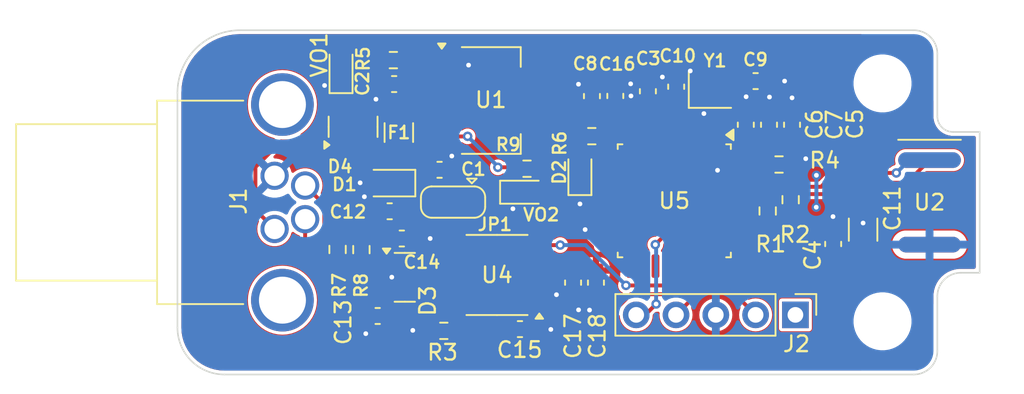
<source format=kicad_pcb>
(kicad_pcb
	(version 20240108)
	(generator "pcbnew")
	(generator_version "8.0")
	(general
		(thickness 1.6)
		(legacy_teardrops no)
	)
	(paper "A4")
	(layers
		(0 "F.Cu" signal)
		(31 "B.Cu" signal)
		(32 "B.Adhes" user "B.Adhesive")
		(33 "F.Adhes" user "F.Adhesive")
		(34 "B.Paste" user)
		(35 "F.Paste" user)
		(36 "B.SilkS" user "B.Silkscreen")
		(37 "F.SilkS" user "F.Silkscreen")
		(38 "B.Mask" user)
		(39 "F.Mask" user)
		(40 "Dwgs.User" user "User.Drawings")
		(41 "Cmts.User" user "User.Comments")
		(42 "Eco1.User" user "User.Eco1")
		(43 "Eco2.User" user "User.Eco2")
		(44 "Edge.Cuts" user)
		(45 "Margin" user)
		(46 "B.CrtYd" user "B.Courtyard")
		(47 "F.CrtYd" user "F.Courtyard")
		(48 "B.Fab" user)
		(49 "F.Fab" user)
		(50 "User.1" user)
		(51 "User.2" user)
		(52 "User.3" user)
		(53 "User.4" user)
		(54 "User.5" user)
		(55 "User.6" user)
		(56 "User.7" user)
		(57 "User.8" user)
		(58 "User.9" user)
	)
	(setup
		(stackup
			(layer "F.SilkS"
				(type "Top Silk Screen")
			)
			(layer "F.Paste"
				(type "Top Solder Paste")
			)
			(layer "F.Mask"
				(type "Top Solder Mask")
				(thickness 0.01)
			)
			(layer "F.Cu"
				(type "copper")
				(thickness 0.035)
			)
			(layer "dielectric 1"
				(type "core")
				(thickness 1.51)
				(material "FR4")
				(epsilon_r 4.5)
				(loss_tangent 0.02)
			)
			(layer "B.Cu"
				(type "copper")
				(thickness 0.035)
			)
			(layer "B.Mask"
				(type "Bottom Solder Mask")
				(thickness 0.01)
			)
			(layer "B.Paste"
				(type "Bottom Solder Paste")
			)
			(layer "B.SilkS"
				(type "Bottom Silk Screen")
			)
			(copper_finish "None")
			(dielectric_constraints no)
		)
		(pad_to_mask_clearance 0)
		(allow_soldermask_bridges_in_footprints no)
		(aux_axis_origin 36 49)
		(pcbplotparams
			(layerselection 0x00010fc_ffffffff)
			(plot_on_all_layers_selection 0x0000000_00000000)
			(disableapertmacros no)
			(usegerberextensions yes)
			(usegerberattributes no)
			(usegerberadvancedattributes no)
			(creategerberjobfile no)
			(dashed_line_dash_ratio 12.000000)
			(dashed_line_gap_ratio 3.000000)
			(svgprecision 4)
			(plotframeref no)
			(viasonmask no)
			(mode 1)
			(useauxorigin yes)
			(hpglpennumber 1)
			(hpglpenspeed 20)
			(hpglpendiameter 15.000000)
			(pdf_front_fp_property_popups yes)
			(pdf_back_fp_property_popups yes)
			(dxfpolygonmode yes)
			(dxfimperialunits yes)
			(dxfusepcbnewfont yes)
			(psnegative no)
			(psa4output no)
			(plotreference yes)
			(plotvalue no)
			(plotfptext yes)
			(plotinvisibletext no)
			(sketchpadsonfab no)
			(subtractmaskfromsilk yes)
			(outputformat 1)
			(mirror no)
			(drillshape 0)
			(scaleselection 1)
			(outputdirectory "gerber")
		)
	)
	(net 0 "")
	(net 1 "+3.3V")
	(net 2 "GND")
	(net 3 "+5V")
	(net 4 "/I2C_SDA")
	(net 5 "/I2C_SCL")
	(net 6 "CAN_H")
	(net 7 "CAN_L")
	(net 8 "Net-(U4-Rs)")
	(net 9 "NRST")
	(net 10 "Net-(U5-PF0)")
	(net 11 "SWDIO")
	(net 12 "Net-(U5-PF1)")
	(net 13 "/Vref")
	(net 14 "Net-(D4-K)")
	(net 15 "Net-(D4-A)")
	(net 16 "Net-(JP1-C)")
	(net 17 "Net-(U5-PB8)")
	(net 18 "unconnected-(U5-PB5-Pad28)")
	(net 19 "unconnected-(U5-PA8-Pad18)")
	(net 20 "unconnected-(U5-PA15-Pad25)")
	(net 21 "SWCLK")
	(net 22 "unconnected-(U5-PA7-Pad13)")
	(net 23 "unconnected-(U5-PA5-Pad11)")
	(net 24 "unconnected-(U5-PA9-Pad19)")
	(net 25 "unconnected-(U5-PA1-Pad7)")
	(net 26 "unconnected-(U5-PB4-Pad27)")
	(net 27 "unconnected-(U5-PA6-Pad12)")
	(net 28 "unconnected-(U5-PA10-Pad20)")
	(net 29 "/CAN_Tx")
	(net 30 "/CAN_Rx")
	(net 31 "unconnected-(U5-PB0-Pad14)")
	(net 32 "unconnected-(U5-PB1-Pad15)")
	(net 33 "unconnected-(U5-PA4-Pad10)")
	(net 34 "Net-(D2-A)")
	(net 35 "unconnected-(U5-PA0-Pad6)")
	(net 36 "/STATUS_LED")
	(net 37 "unconnected-(U5-PA2-Pad8)")
	(net 38 "unconnected-(U5-PB3-Pad26)")
	(net 39 "+3V3")
	(net 40 "Net-(VO1-A)")
	(net 41 "Net-(VO2-A)")
	(footprint "Package_TO_SOT_SMD:SOT-23" (layer "F.Cu") (at 146.51 45.79))
	(footprint "Capacitor_SMD:C_0603_1608Metric" (layer "F.Cu") (at 145.545 41.57 180))
	(footprint "Connector_PinHeader_2.54mm:PinHeader_1x05_P2.54mm_Vertical" (layer "F.Cu") (at 171.44 48.19 -90))
	(footprint "Crystal:Crystal_SMD_2016-4Pin_2.0x1.6mm" (layer "F.Cu") (at 165.985 33.81))
	(footprint "FaSTTUBe_connectors:M8_718_4pin_horizontal" (layer "F.Cu") (at 138.2 41 -90))
	(footprint "Capacitor_SMD:C_0603_1608Metric" (layer "F.Cu") (at 153.86 49.1))
	(footprint "MountingHole:MountingHole_3.2mm_M3_DIN965" (layer "F.Cu") (at 177 33.4))
	(footprint "Diode_SMD:D_SOD-323" (layer "F.Cu") (at 145.57 39.77 180))
	(footprint "TTS:TO-39_sidemount" (layer "F.Cu") (at 180 41))
	(footprint "Package_SO:SOIC-8_3.9x4.9mm_P1.27mm" (layer "F.Cu") (at 152.395 45.64 180))
	(footprint "LED_SMD:LED_0603_1608Metric_Pad1.05x0.95mm_HandSolder" (layer "F.Cu") (at 154.2525 40.35))
	(footprint "TTS:SOT-23" (layer "F.Cu") (at 143.21 36.17 90))
	(footprint "Resistor_SMD:R_0603_1608Metric" (layer "F.Cu") (at 169.67 41.55 90))
	(footprint "MountingHole:MountingHole_3.2mm_M3_DIN965" (layer "F.Cu") (at 177 48.6))
	(footprint "Resistor_SMD:R_0603_1608Metric" (layer "F.Cu") (at 149 49.21 180))
	(footprint "Resistor_SMD:R_0603_1608Metric" (layer "F.Cu") (at 171.135 40.83 90))
	(footprint "Resistor_SMD:R_0603_1608Metric" (layer "F.Cu") (at 154.31 38.85))
	(footprint "Package_QFP:LQFP-32_7x7mm_P0.8mm" (layer "F.Cu") (at 163.71 40.9 -90))
	(footprint "LED_SMD:LED_0603_1608Metric_Pad1.05x0.95mm_HandSolder" (layer "F.Cu") (at 142.44 32.36 90))
	(footprint "Capacitor_SMD:C_0603_1608Metric" (layer "F.Cu") (at 168.275 36.04 90))
	(footprint "Capacitor_SMD:C_0603_1608Metric" (layer "F.Cu") (at 146.32 43.31 180))
	(footprint "LED_SMD:LED_0603_1608Metric" (layer "F.Cu") (at 157.685 39.05 90))
	(footprint "Fuse:Fuse_1206_3216Metric" (layer "F.Cu") (at 146.13 36.54 -90))
	(footprint "Resistor_SMD:R_0603_1608Metric" (layer "F.Cu") (at 145.78 31.91 180))
	(footprint "Capacitor_SMD:C_0603_1608Metric" (layer "F.Cu") (at 157.25 46.13 -90))
	(footprint "Resistor_SMD:R_0603_1608Metric" (layer "F.Cu") (at 143.74 44.02 90))
	(footprint "Resistor_SMD:R_0603_1608Metric" (layer "F.Cu") (at 170.395 38.58))
	(footprint "Capacitor_SMD:C_0603_1608Metric" (layer "F.Cu") (at 158.455 34.21 90))
	(footprint "Jumper:SolderJumper-3_P1.3mm_Open_RoundedPad1.0x1.5mm" (layer "F.Cu") (at 149.59 40.9825 180))
	(footprint "Capacitor_SMD:C_0603_1608Metric" (layer "F.Cu") (at 163.83 33.61 90))
	(footprint "Capacitor_SMD:C_0603_1608Metric" (layer "F.Cu") (at 173.85 43.66 90))
	(footprint "Package_TO_SOT_SMD:SOT-223-3_TabPin2" (layer "F.Cu") (at 152 34.49))
	(footprint "Capacitor_SMD:C_1206_3216Metric" (layer "F.Cu") (at 175.76 42.745 90))
	(footprint "Capacitor_SMD:C_0603_1608Metric" (layer "F.Cu") (at 168.9 33.25 180))
	(footprint "Capacitor_SMD:C_0603_1608Metric" (layer "F.Cu") (at 158.71 46.13 -90))
	(footprint "Capacitor_SMD:C_0603_1608Metric" (layer "F.Cu") (at 148.73 38.92))
	(footprint "Resistor_SMD:R_0603_1608Metric" (layer "F.Cu") (at 158.445 36.77 180))
	(footprint "Capacitor_SMD:C_0603_1608Metric" (layer "F.Cu") (at 159.945 34.2 90))
	(footprint "Resistor_SMD:R_0603_1608Metric" (layer "F.Cu") (at 142.22 44.01 -90))
	(footprint "Capacitor_SMD:C_0603_1608Metric"
		(layer "F.Cu")
		(uuid "e9aee7ad-d638-4c4a-87cb-c8f5124c4142")
		(at 145.83 33.44 180)
		(descr "Capacitor SMD 0603 (1608 Metric), square (rectangular) end terminal, IPC_7351 nominal, (Body size source: IPC-SM-782 page 76, https://www.pcb-3d.com/wordpress/wp-content/uploads/ipc-sm-782a_amendment_1_and_2.pdf), generated with kicad-footprint-generator")
		(tags "capacitor")
		(property "Reference" "C2"
			(at 2.02 0.03 90)
			(layer "F.SilkS")
			(uuid "9107a9e8-ddce-44b6-8243-4b3c503d8ac9")
			(effects
				(font
					(size 0.8 0.8)
					(thickness 0.15)
				)
			)
		)
		(property "Value" "4,7u"
			(at 0 1.43 0)
			(layer "F.Fab")
			(uuid "2cc087bc-9b11-4ea5-a45e-089d5cab9ab7")
			(effects
				(font
					(size 1 1)
					(thickness 0.15)
				)
			)
		)
		(property "Footprint" "Capacitor_SMD:C_0603_1608Metric"
			(at 0 0 180)
			(unlocked yes)
			(layer "F.Fab")
			(hide yes)
			(uuid "02f24cbb-be53-4311-be60-d4f63e4cd5b2")
			(effects
				(font
					(size 1.27 1.27)
					(thickness 0.15)
				)
			)
		)
		(property "Datasheet" ""
			(at 0 0 180)
			(unlocked yes)
			(layer "F.Fab")
			(hide yes)
			(uuid "190d60dd-d182-422a-bfa8-5dfaa64a2aea")
			(effects
				(font
					(size 1.27 1.27)
					(thickness 0.15)
				)
			)
		)
		(property "Description" ""
			(at 0 0 180)
			(unlocked yes)
			(layer "F.Fab")
			(hide yes)
			(uuid "7862a13e-51e6-46d8-ab20-9150706a814c")
			(effects
				(font
					(size 1.27 1.27)
					(thickness 0.15)
				)
			)
		)
		(property "LCSC" "C15849"
			(at 0 0 180)
			(unlocked yes)
			(layer "F.Fab")
			(hide yes)
			(uuid "911c4945-f300-4fa6-a87f-62fd10d9abbe")
			(effects
				(font
					(size 1 1)
					(thickness 0.15)
				)
			)
		)
		(property ki_fp_filters "C_*")
		(path "/d31f1739-8ef6-4d17-981b-a1310d66cc95")
		(sheetname "Root")
		(sheetfile "TTS.kicad_sch")
		(attr smd)
		(fp_line
			(start -0.14058 0.51)
			(end 0.14058 0.51)
			(stroke
				(width 0.12)
				(type solid)
			)
			(layer "F.SilkS")
			(uuid "bf9ceb5c-bcdd-481f-b8f4-a976ecda3a06")
		)
		(fp_line
			(start -0.14058 -0.51)
			(end 0.14058 -0.51)
			(stroke
				(width 0.12)
				(type solid)
			)
			(layer "F.SilkS")
			(uuid "7e42134d-81d8-4593-bd26-e2b2e1d08395")
		)
		(fp_line
			(start 1.48 0.73)
			(end -1.48 0.73)
			(stroke
				(width 0.05)
				(type solid)
			)
			(layer "F.CrtYd")
			(uuid "ebe31fa7-ab72-4e48-b04d-8c90349d1661")
		)
		(fp_line
			(start 1.48 -0.73)
			(end 1.48 0.73)
			(stroke
				(width 0.05)
				(type solid)
			)
			(layer "F.CrtYd")
			(uuid "6c6cf181-24b7-46d7-81dd-201aa55d6359")
		)
		(fp_line
			(start -1.48 0.73)
			(end -1.48 -0.73)
			(stroke
				(width 0.05)
				(type solid)
			)
			(layer "F.CrtYd")
			(uuid "89d5ffc3-767d-4677-b3dd-824bacb3b2cf")
		)
		(fp_line
			(start -1.48 -0.73)
			(end 1.48 -0.73)
			(stroke
				(width 0.05)
				(type solid)
			)
			(layer "F.CrtYd")
			(uuid "84618578-4697-4e65-8e33-0e9dc8c3e893")
		)
		(fp_line
			(start 0.8 0.4)
			(end -0.8 0.4)
			(stroke
				(width 0.1)
				(type solid)
			)
			(layer "F.Fab")
			(uuid "64ea3970-6cdb-431b-b467-5a3f13728271")
		)
		(fp_line
			(start 0.8 -0.4)
			(end 0.8 0.4)
			(stroke
				(width 0.1)
				(type solid)
			)
			(layer "F.Fab")
			(uuid "0f747995-8206-4013-90e2-c1774bf2a099")
		)
		(fp_line
			(start -0.8 0.4)
			(end -0.8 
... [243546 chars truncated]
</source>
